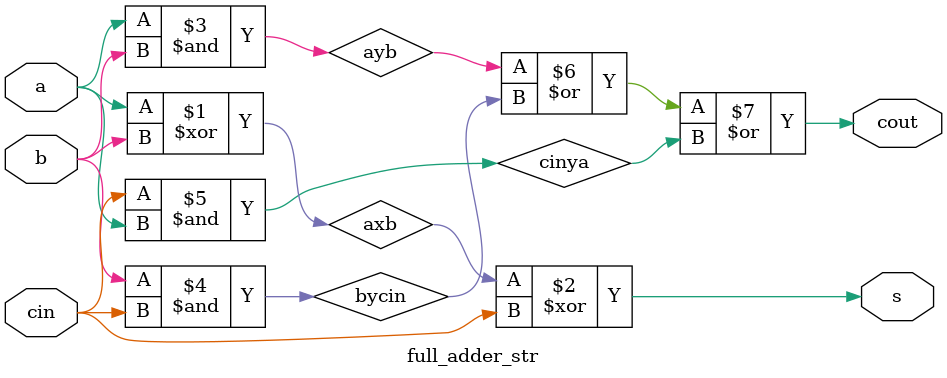
<source format=v>

`timescale 1ps / 1ps


module full_adder_str (s ,cout,  a , b ,cin);
	input a, b, cin;
	output s, cout;
	
	wire axb, ayb, bycin, cinya;
	
	// Modulo sumador s = (a xor b) xor cin
	xor xor1(axb, a, b);
	xor xor2(s, axb, cin);
	
	// Modulo carry c = (a and b) or (b and cin) or (cin and a)
	and and1(ayb, a, b);
	and and2(bycin, b, cin);
	and and3(cinya, cin, a);	
	
	or or1(cout, ayb, bycin, cinya);	  

endmodule

</source>
